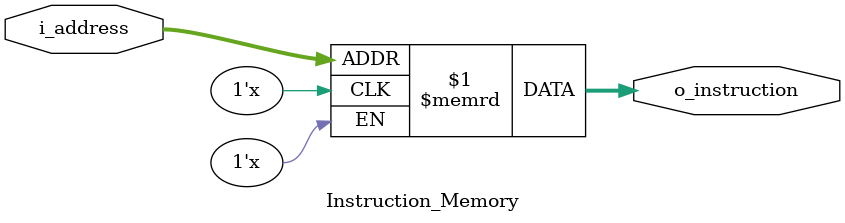
<source format=v>

module Instruction_Memory (i_address, o_instruction);
  
  parameter             WIDTH = 32;
            
  
  input [29:0]          i_address;
  output [WIDTH - 1:0]  o_instruction;
  
  reg [WIDTH - 1:0]     inst_mem [0: 2**30 - 1];
  
  
  assign o_instruction = inst_mem[i_address];
  
endmodule
</source>
